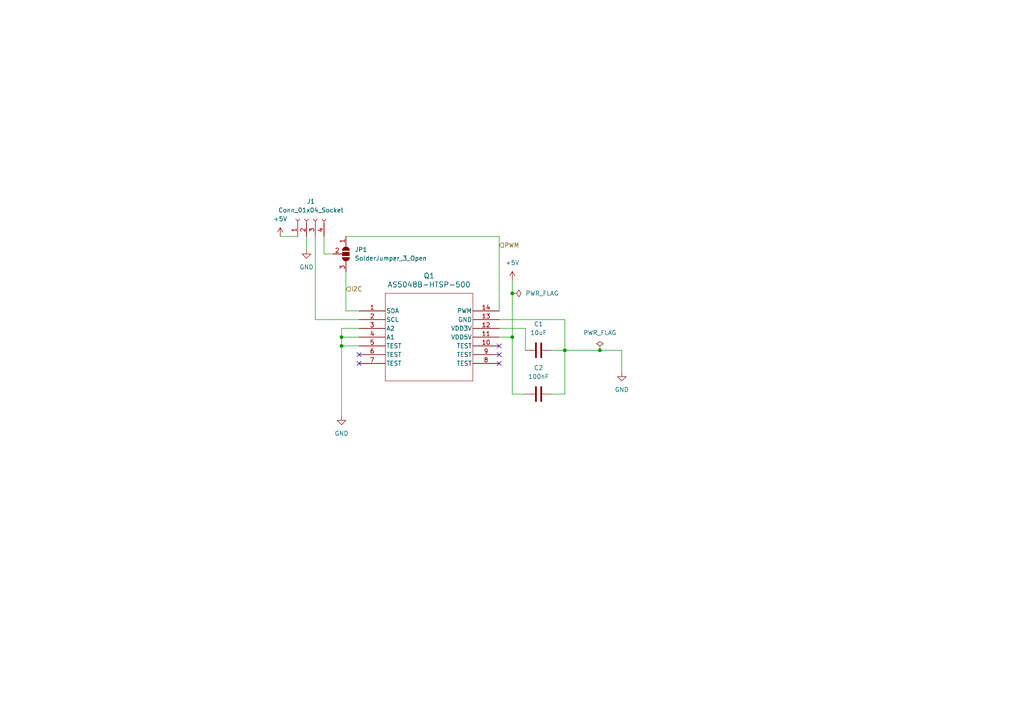
<source format=kicad_sch>
(kicad_sch (version 20231120) (generator "eeschema") (generator_version "8.0")
  (paper "A4")
  (lib_symbols
    (symbol "Connector:Conn_01x04_Socket" (pin_names (offset 1.016) hide)
      (property "Reference" "J" (at 0 5.08 0))
      (property "Value" "Conn_01x04_Socket" (at 0 -7.62 0))
      (symbol "Conn_01x04_Socket_1_1"
        (arc (start 0 -4.572) (mid -0.5058 -5.08) (end 0 -5.588) (stroke (width 0.1524)))
        (arc (start 0 -2.032) (mid -0.5058 -2.54) (end 0 -3.048) (stroke (width 0.1524)))
        (polyline (pts (xy -1.27 -5.08) (xy -0.508 -5.08)) (stroke (width 0.1524)))
        (polyline (pts (xy -1.27 -2.54) (xy -0.508 -2.54)) (stroke (width 0.1524)))
        (polyline (pts (xy -1.27 0) (xy -0.508 0)) (stroke (width 0.1524)))
        (polyline (pts (xy -1.27 2.54) (xy -0.508 2.54)) (stroke (width 0.1524)))
        (arc (start 0 0.508) (mid -0.5058 0) (end 0 -0.508) (stroke (width 0.1524)))
        (arc (start 0 3.048) (mid -0.5058 2.54) (end 0 2.032) (stroke (width 0.1524)))
        (pin passive line (at -5.08 2.54 0) (length 3.81) (name "Pin_1") (number "1"))
        (pin passive line (at -5.08 0 0) (length 3.81) (name "Pin_2") (number "2"))
        (pin passive line (at -5.08 -2.54 0) (length 3.81) (name "Pin_3") (number "3"))
        (pin passive line (at -5.08 -5.08 0) (length 3.81) (name "Pin_4") (number "4"))
      )
    )
    (symbol "Device:C" (pin_numbers hide) (pin_names (offset 0.254))
      (property "Reference" "C" (at 0.635 2.54 0))
      (property "Value" "C" (at 0.635 -2.54 0))
      (symbol "C_0_1"
        (polyline (pts (xy -2.032 -0.762) (xy 2.032 -0.762)) (stroke (width 0.508)))
        (polyline (pts (xy -2.032 0.762) (xy 2.032 0.762)) (stroke (width 0.508)))
      )
      (symbol "C_1_1"
        (pin passive line (at 0 3.81 270) (length 2.794) (name "~") (number "1"))
        (pin passive line (at 0 -3.81 90) (length 2.794) (name "~") (number "2"))
      )
    )
    (symbol "Ethan:AS5048B-HTSP-500" (pin_names (offset 0.254))
      (property "Reference" "Q" (at 20.32 10.16 0))
      (property "Value" "AS5048B-HTSP-500" (at 20.32 7.62 0))
      (symbol "AS5048B-HTSP-500_0_1"
        (polyline (pts (xy 7.62 -20.32) (xy 33.02 -20.32)) (stroke (width 0.127)))
        (polyline (pts (xy 7.62 5.08) (xy 7.62 -20.32)) (stroke (width 0.127)))
        (polyline (pts (xy 33.02 -20.32) (xy 33.02 5.08)) (stroke (width 0.127)))
        (polyline (pts (xy 33.02 5.08) (xy 7.62 5.08)) (stroke (width 0.127)))
        (pin unspecified line (at 0 0 0) (length 7.62) (name "SDA") (number "1"))
        (pin unspecified line (at 40.64 -10.16 180) (length 7.62) (name "TEST") (number "10"))
        (pin unspecified line (at 40.64 -7.62 180) (length 7.62) (name "VDD5V") (number "11"))
        (pin unspecified line (at 40.64 -5.08 180) (length 7.62) (name "VDD3V") (number "12"))
        (pin unspecified line (at 40.64 -2.54 180) (length 7.62) (name "GND") (number "13"))
        (pin unspecified line (at 40.64 0 180) (length 7.62) (name "PWM") (number "14"))
        (pin unspecified line (at 0 -2.54 0) (length 7.62) (name "SCL") (number "2"))
        (pin unspecified line (at 0 -5.08 0) (length 7.62) (name "A2") (number "3"))
        (pin unspecified line (at 0 -7.62 0) (length 7.62) (name "A1") (number "4"))
        (pin unspecified line (at 0 -10.16 0) (length 7.62) (name "TEST") (number "5"))
        (pin unspecified line (at 0 -12.7 0) (length 7.62) (name "TEST") (number "6"))
        (pin unspecified line (at 0 -15.24 0) (length 7.62) (name "TEST") (number "7"))
        (pin unspecified line (at 40.64 -15.24 180) (length 7.62) (name "TEST") (number "8"))
        (pin unspecified line (at 40.64 -12.7 180) (length 7.62) (name "TEST") (number "9"))
      )
    )
    (symbol "Jumper:SolderJumper_3_Open" (pin_names (offset 0) hide)
      (property "Reference" "JP" (at -2.54 -2.54 0))
      (property "Value" "SolderJumper_3_Open" (at 0 2.794 0))
      (symbol "SolderJumper_3_Open_0_1"
        (arc (start -1.016 1.016) (mid -2.0276 0) (end -1.016 -1.016))
        (arc (start -1.016 1.016) (mid -2.0276 0) (end -1.016 -1.016) (fill (type outline)))
        (rectangle (start -0.508 1.016) (end 0.508 -1.016) (fill (type outline)))
        (polyline (pts (xy -2.54 0) (xy -2.032 0)))
        (polyline (pts (xy -1.016 1.016) (xy -1.016 -1.016)))
        (polyline (pts (xy 0 -1.27) (xy 0 -1.016)))
        (polyline (pts (xy 1.016 1.016) (xy 1.016 -1.016)))
        (polyline (pts (xy 2.54 0) (xy 2.032 0)))
        (arc (start 1.016 -1.016) (mid 2.0276 0) (end 1.016 1.016))
        (arc (start 1.016 -1.016) (mid 2.0276 0) (end 1.016 1.016) (fill (type outline)))
      )
      (symbol "SolderJumper_3_Open_1_1"
        (pin passive line (at -5.08 0 0) (length 2.54) (name "A") (number "1"))
        (pin passive line (at 0 -3.81 90) (length 2.54) (name "C") (number "2"))
        (pin passive line (at 5.08 0 180) (length 2.54) (name "B") (number "3"))
      )
    )
    (symbol "power:+5V" (power) (pin_names (offset 0))
      (property "Value" "+5V" (at 0 3.556 0))
      (symbol "+5V_0_1"
        (polyline (pts (xy -0.762 1.27) (xy 0 2.54)))
        (polyline (pts (xy 0 0) (xy 0 2.54)))
        (polyline (pts (xy 0 2.54) (xy 0.762 1.27)))
      )
      (symbol "+5V_1_1"
        (pin power_in line (at 0 0 90) (length 0) hide (name "+5V") (number "1"))
      )
    )
    (symbol "power:GND" (power) (pin_names (offset 0))
      (property "Value" "GND" (at 0 -3.81 0))
      (symbol "GND_0_1"
        (polyline (pts (xy 0 0) (xy 0 -1.27) (xy 1.27 -1.27) (xy 0 -2.54) (xy -1.27 -1.27) (xy 0 -1.27)))
      )
      (symbol "GND_1_1"
        (pin power_in line (at 0 0 270) (length 0) hide (name "GND") (number "1"))
      )
    )
    (symbol "power:PWR_FLAG" (power) (pin_numbers hide) (pin_names (offset 0) hide)
      (property "Value" "PWR_FLAG" (at 0 3.81 0))
      (symbol "PWR_FLAG_0_0"
        (pin power_out line (at 0 0 90) (length 0) (name "pwr") (number "1"))
      )
      (symbol "PWR_FLAG_0_1"
        (polyline (pts (xy 0 0) (xy 0 1.27) (xy -1.016 1.905) (xy 0 2.54) (xy 1.016 1.905) (xy 0 1.27)))
      )
    )
  )
  (junction (at 99.06 100.33))
  (junction (at 148.59 97.79))
  (junction (at 173.99 101.6))
  (junction (at 99.06 97.79))
  (junction (at 148.59 85.09))
  (junction (at 163.83 101.6))
  (no_connect (at 144.78 102.87))
  (no_connect (at 104.14 105.41))
  (no_connect (at 104.14 102.87))
  (no_connect (at 144.78 105.41))
  (no_connect (at 144.78 100.33))
  (wire (pts (xy 144.78 92.71) (xy 163.83 92.71)))
  (wire (pts (xy 99.06 97.79) (xy 99.06 100.33)))
  (wire (pts (xy 100.33 90.17) (xy 100.33 78.74)))
  (wire (pts (xy 160.02 101.6) (xy 163.83 101.6)))
  (wire (pts (xy 99.06 97.79) (xy 104.14 97.79)))
  (wire (pts (xy 163.83 101.6) (xy 163.83 114.3)))
  (wire (pts (xy 93.98 73.66) (xy 93.98 68.58)))
  (wire (pts (xy 144.78 95.25) (xy 152.4 95.25)))
  (wire (pts (xy 100.33 68.58) (xy 144.78 68.58)))
  (wire (pts (xy 144.78 97.79) (xy 148.59 97.79)))
  (wire (pts (xy 160.02 114.3) (xy 163.83 114.3)))
  (wire (pts (xy 148.59 114.3) (xy 152.4 114.3)))
  (wire (pts (xy 148.59 81.28) (xy 148.59 85.09)))
  (wire (pts (xy 104.14 92.71) (xy 91.44 92.71)))
  (wire (pts (xy 144.78 68.58) (xy 144.78 90.17)))
  (wire (pts (xy 163.83 92.71) (xy 163.83 101.6)))
  (wire (pts (xy 148.59 85.09) (xy 148.59 97.79)))
  (wire (pts (xy 96.52 73.66) (xy 93.98 73.66)))
  (wire (pts (xy 152.4 95.25) (xy 152.4 101.6)))
  (wire (pts (xy 88.9 68.58) (xy 88.9 72.39)))
  (wire (pts (xy 91.44 92.71) (xy 91.44 68.58)))
  (wire (pts (xy 99.06 95.25) (xy 99.06 97.79)))
  (wire (pts (xy 99.06 100.33) (xy 99.06 120.65)))
  (wire (pts (xy 173.99 101.6) (xy 163.83 101.6)))
  (wire (pts (xy 99.06 100.33) (xy 104.14 100.33)))
  (wire (pts (xy 180.34 101.6) (xy 180.34 107.95)))
  (wire (pts (xy 81.28 68.58) (xy 86.36 68.58)))
  (wire (pts (xy 104.14 90.17) (xy 100.33 90.17)))
  (wire (pts (xy 104.14 95.25) (xy 99.06 95.25)))
  (wire (pts (xy 148.59 97.79) (xy 148.59 114.3)))
  (wire (pts (xy 180.34 101.6) (xy 173.99 101.6)))
  (hierarchical_label "I2C" (shape input) (at 100.33 83.82 0))
  (hierarchical_label "PWM" (shape input) (at 144.78 71.12 0))
  (symbol (lib_id "power:PWR_FLAG") (at 148.59 85.09 270) (unit 1)
    (property "Reference" "#FLG01" (effects (hide yes)))
    (property "Value" "PWR_FLAG" (at 152.4 85.09 90) (effects (justify left)))
  )
  (symbol (lib_id "Jumper:SolderJumper_3_Open") (at 100.33 73.66 270) (unit 1)
    (property "Reference" "JP1" (at 102.87 72.39 90) (effects (justify left)))
    (property "Value" "SolderJumper_3_Open" (at 102.87 74.93 90) (effects (justify left)))
    (property "Footprint" "Jumper:SolderJumper-3_P1.3mm_Open_RoundedPad1.0x1.5mm" (effects (hide yes)))
  )
  (symbol (lib_id "Device:C") (at 156.21 101.6 270) (unit 1)
    (property "Reference" "C1" (at 156.21 93.98 90))
    (property "Value" "10uF" (at 156.21 96.52 90))
    (property "Footprint" "Capacitor_SMD:C_0603_1608Metric_Pad1.08x0.95mm_HandSolder" (effects (hide yes)))
  )
  (symbol (lib_id "Device:C") (at 156.21 114.3 90) (unit 1)
    (property "Reference" "C2" (at 156.21 106.68 90))
    (property "Value" "100nF" (at 156.21 109.22 90))
    (property "Footprint" "Capacitor_SMD:C_0603_1608Metric_Pad1.08x0.95mm_HandSolder" (effects (hide yes)))
  )
  (symbol (lib_id "Ethan:AS5048B-HTSP-500") (at 104.14 90.17 0) (unit 1)
    (property "Reference" "Q1" (at 124.46 80.01 0) (effects (font (size 1.524 1.524))))
    (property "Value" "AS5048B-HTSP-500" (at 124.46 82.55 0) (effects (font (size 1.524 1.524))))
    (property "Footprint" "TRANS_HTSP-500_AMS" (effects (hide yes)))
    (property "Datasheet" "AS5048B-HTSP-500" (effects (hide yes)))
  )
  (symbol (lib_id "power:+5V") (at 81.28 68.58 0) (unit 1)
    (property "Reference" "#PWR04" (effects (hide yes)))
    (property "Value" "+5V" (at 81.28 63.5 0))
  )
  (symbol (lib_id "power:GND") (at 99.06 120.65 0) (unit 1)
    (property "Reference" "#PWR01" (effects (hide yes)))
    (property "Value" "GND" (at 99.06 125.73 0))
  )
  (symbol (lib_id "power:GND") (at 88.9 72.39 0) (unit 1)
    (property "Reference" "#PWR05" (effects (hide yes)))
    (property "Value" "GND" (at 88.9 77.47 0))
  )
  (symbol (lib_id "Connector:Conn_01x04_Socket") (at 88.9 63.5 90) (unit 1)
    (property "Reference" "J1" (at 90.17 58.42 90))
    (property "Value" "Conn_01x04_Socket" (at 90.17 60.96 90))
    (property "Footprint" "Connector_JST:JST_GH_SM04B-GHS-TB_1x04-1MP_P1.25mm_Horizontal" (effects (hide yes)))
  )
  (symbol (lib_id "power:+5V") (at 148.59 81.28 0) (unit 1)
    (property "Reference" "#PWR03" (effects (hide yes)))
    (property "Value" "+5V" (at 148.59 76.2 0))
  )
  (symbol (lib_id "power:GND") (at 180.34 107.95 0) (unit 1)
    (property "Reference" "#PWR02" (effects (hide yes)))
    (property "Value" "GND" (at 180.34 113.03 0))
  )
  (symbol (lib_id "power:PWR_FLAG") (at 173.99 101.6 0) (unit 1)
    (property "Reference" "#FLG02" (effects (hide yes)))
    (property "Value" "PWR_FLAG" (at 173.99 96.52 0))
  )
)
</source>
